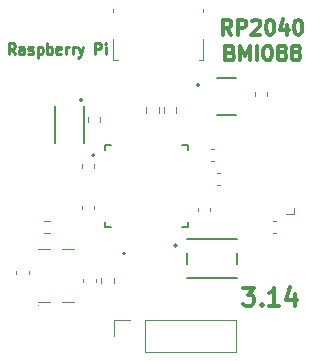
<source format=gbr>
%TF.GenerationSoftware,KiCad,Pcbnew,(5.1.10)-1*%
%TF.CreationDate,2021-10-26T10:29:25+05:30*%
%TF.ProjectId,RP2040+BMI,52503230-3430-42b4-924d-492e6b696361,rev?*%
%TF.SameCoordinates,Original*%
%TF.FileFunction,Legend,Top*%
%TF.FilePolarity,Positive*%
%FSLAX46Y46*%
G04 Gerber Fmt 4.6, Leading zero omitted, Abs format (unit mm)*
G04 Created by KiCad (PCBNEW (5.1.10)-1) date 2021-10-26 10:29:25*
%MOMM*%
%LPD*%
G01*
G04 APERTURE LIST*
%ADD10C,0.375000*%
%ADD11C,0.225000*%
%ADD12C,0.312500*%
%ADD13C,0.127000*%
%ADD14C,0.120000*%
%ADD15C,0.200000*%
G04 APERTURE END LIST*
D10*
X192214285Y-113628571D02*
X193142857Y-113628571D01*
X192642857Y-114200000D01*
X192857142Y-114200000D01*
X193000000Y-114271428D01*
X193071428Y-114342857D01*
X193142857Y-114485714D01*
X193142857Y-114842857D01*
X193071428Y-114985714D01*
X193000000Y-115057142D01*
X192857142Y-115128571D01*
X192428571Y-115128571D01*
X192285714Y-115057142D01*
X192214285Y-114985714D01*
X193785714Y-114985714D02*
X193857142Y-115057142D01*
X193785714Y-115128571D01*
X193714285Y-115057142D01*
X193785714Y-114985714D01*
X193785714Y-115128571D01*
X195285714Y-115128571D02*
X194428571Y-115128571D01*
X194857142Y-115128571D02*
X194857142Y-113628571D01*
X194714285Y-113842857D01*
X194571428Y-113985714D01*
X194428571Y-114057142D01*
X196571428Y-114128571D02*
X196571428Y-115128571D01*
X196214285Y-113557142D02*
X195857142Y-114628571D01*
X196785714Y-114628571D01*
D11*
X172880000Y-93827142D02*
X172580000Y-93398571D01*
X172365714Y-93827142D02*
X172365714Y-92927142D01*
X172708571Y-92927142D01*
X172794285Y-92970000D01*
X172837142Y-93012857D01*
X172880000Y-93098571D01*
X172880000Y-93227142D01*
X172837142Y-93312857D01*
X172794285Y-93355714D01*
X172708571Y-93398571D01*
X172365714Y-93398571D01*
X173651428Y-93827142D02*
X173651428Y-93355714D01*
X173608571Y-93270000D01*
X173522857Y-93227142D01*
X173351428Y-93227142D01*
X173265714Y-93270000D01*
X173651428Y-93784285D02*
X173565714Y-93827142D01*
X173351428Y-93827142D01*
X173265714Y-93784285D01*
X173222857Y-93698571D01*
X173222857Y-93612857D01*
X173265714Y-93527142D01*
X173351428Y-93484285D01*
X173565714Y-93484285D01*
X173651428Y-93441428D01*
X174037142Y-93784285D02*
X174122857Y-93827142D01*
X174294285Y-93827142D01*
X174380000Y-93784285D01*
X174422857Y-93698571D01*
X174422857Y-93655714D01*
X174380000Y-93570000D01*
X174294285Y-93527142D01*
X174165714Y-93527142D01*
X174080000Y-93484285D01*
X174037142Y-93398571D01*
X174037142Y-93355714D01*
X174080000Y-93270000D01*
X174165714Y-93227142D01*
X174294285Y-93227142D01*
X174380000Y-93270000D01*
X174808571Y-93227142D02*
X174808571Y-94127142D01*
X174808571Y-93270000D02*
X174894285Y-93227142D01*
X175065714Y-93227142D01*
X175151428Y-93270000D01*
X175194285Y-93312857D01*
X175237142Y-93398571D01*
X175237142Y-93655714D01*
X175194285Y-93741428D01*
X175151428Y-93784285D01*
X175065714Y-93827142D01*
X174894285Y-93827142D01*
X174808571Y-93784285D01*
X175622857Y-93827142D02*
X175622857Y-92927142D01*
X175622857Y-93270000D02*
X175708571Y-93227142D01*
X175880000Y-93227142D01*
X175965714Y-93270000D01*
X176008571Y-93312857D01*
X176051428Y-93398571D01*
X176051428Y-93655714D01*
X176008571Y-93741428D01*
X175965714Y-93784285D01*
X175880000Y-93827142D01*
X175708571Y-93827142D01*
X175622857Y-93784285D01*
X176780000Y-93784285D02*
X176694285Y-93827142D01*
X176522857Y-93827142D01*
X176437142Y-93784285D01*
X176394285Y-93698571D01*
X176394285Y-93355714D01*
X176437142Y-93270000D01*
X176522857Y-93227142D01*
X176694285Y-93227142D01*
X176780000Y-93270000D01*
X176822857Y-93355714D01*
X176822857Y-93441428D01*
X176394285Y-93527142D01*
X177208571Y-93827142D02*
X177208571Y-93227142D01*
X177208571Y-93398571D02*
X177251428Y-93312857D01*
X177294285Y-93270000D01*
X177380000Y-93227142D01*
X177465714Y-93227142D01*
X177765714Y-93827142D02*
X177765714Y-93227142D01*
X177765714Y-93398571D02*
X177808571Y-93312857D01*
X177851428Y-93270000D01*
X177937142Y-93227142D01*
X178022857Y-93227142D01*
X178237142Y-93227142D02*
X178451428Y-93827142D01*
X178665714Y-93227142D02*
X178451428Y-93827142D01*
X178365714Y-94041428D01*
X178322857Y-94084285D01*
X178237142Y-94127142D01*
X179694285Y-93827142D02*
X179694285Y-92927142D01*
X180037142Y-92927142D01*
X180122857Y-92970000D01*
X180165714Y-93012857D01*
X180208571Y-93098571D01*
X180208571Y-93227142D01*
X180165714Y-93312857D01*
X180122857Y-93355714D01*
X180037142Y-93398571D01*
X179694285Y-93398571D01*
X180594285Y-93827142D02*
X180594285Y-93227142D01*
X180594285Y-92927142D02*
X180551428Y-92970000D01*
X180594285Y-93012857D01*
X180637142Y-92970000D01*
X180594285Y-92927142D01*
X180594285Y-93012857D01*
D12*
X191220952Y-92181726D02*
X190804285Y-91586488D01*
X190506666Y-92181726D02*
X190506666Y-90931726D01*
X190982857Y-90931726D01*
X191101904Y-90991250D01*
X191161428Y-91050773D01*
X191220952Y-91169821D01*
X191220952Y-91348392D01*
X191161428Y-91467440D01*
X191101904Y-91526964D01*
X190982857Y-91586488D01*
X190506666Y-91586488D01*
X191756666Y-92181726D02*
X191756666Y-90931726D01*
X192232857Y-90931726D01*
X192351904Y-90991250D01*
X192411428Y-91050773D01*
X192470952Y-91169821D01*
X192470952Y-91348392D01*
X192411428Y-91467440D01*
X192351904Y-91526964D01*
X192232857Y-91586488D01*
X191756666Y-91586488D01*
X192947142Y-91050773D02*
X193006666Y-90991250D01*
X193125714Y-90931726D01*
X193423333Y-90931726D01*
X193542380Y-90991250D01*
X193601904Y-91050773D01*
X193661428Y-91169821D01*
X193661428Y-91288869D01*
X193601904Y-91467440D01*
X192887619Y-92181726D01*
X193661428Y-92181726D01*
X194435238Y-90931726D02*
X194554285Y-90931726D01*
X194673333Y-90991250D01*
X194732857Y-91050773D01*
X194792380Y-91169821D01*
X194851904Y-91407916D01*
X194851904Y-91705535D01*
X194792380Y-91943630D01*
X194732857Y-92062678D01*
X194673333Y-92122202D01*
X194554285Y-92181726D01*
X194435238Y-92181726D01*
X194316190Y-92122202D01*
X194256666Y-92062678D01*
X194197142Y-91943630D01*
X194137619Y-91705535D01*
X194137619Y-91407916D01*
X194197142Y-91169821D01*
X194256666Y-91050773D01*
X194316190Y-90991250D01*
X194435238Y-90931726D01*
X195923333Y-91348392D02*
X195923333Y-92181726D01*
X195625714Y-90872202D02*
X195328095Y-91765059D01*
X196101904Y-91765059D01*
X196816190Y-90931726D02*
X196935238Y-90931726D01*
X197054285Y-90991250D01*
X197113809Y-91050773D01*
X197173333Y-91169821D01*
X197232857Y-91407916D01*
X197232857Y-91705535D01*
X197173333Y-91943630D01*
X197113809Y-92062678D01*
X197054285Y-92122202D01*
X196935238Y-92181726D01*
X196816190Y-92181726D01*
X196697142Y-92122202D01*
X196637619Y-92062678D01*
X196578095Y-91943630D01*
X196518571Y-91705535D01*
X196518571Y-91407916D01*
X196578095Y-91169821D01*
X196637619Y-91050773D01*
X196697142Y-90991250D01*
X196816190Y-90931726D01*
X191131666Y-93714464D02*
X191310238Y-93773988D01*
X191369761Y-93833511D01*
X191429285Y-93952559D01*
X191429285Y-94131130D01*
X191369761Y-94250178D01*
X191310238Y-94309702D01*
X191191190Y-94369226D01*
X190715000Y-94369226D01*
X190715000Y-93119226D01*
X191131666Y-93119226D01*
X191250714Y-93178750D01*
X191310238Y-93238273D01*
X191369761Y-93357321D01*
X191369761Y-93476369D01*
X191310238Y-93595416D01*
X191250714Y-93654940D01*
X191131666Y-93714464D01*
X190715000Y-93714464D01*
X191965000Y-94369226D02*
X191965000Y-93119226D01*
X192381666Y-94012083D01*
X192798333Y-93119226D01*
X192798333Y-94369226D01*
X193393571Y-94369226D02*
X193393571Y-93119226D01*
X194226904Y-93119226D02*
X194345952Y-93119226D01*
X194465000Y-93178750D01*
X194524523Y-93238273D01*
X194584047Y-93357321D01*
X194643571Y-93595416D01*
X194643571Y-93893035D01*
X194584047Y-94131130D01*
X194524523Y-94250178D01*
X194465000Y-94309702D01*
X194345952Y-94369226D01*
X194226904Y-94369226D01*
X194107857Y-94309702D01*
X194048333Y-94250178D01*
X193988809Y-94131130D01*
X193929285Y-93893035D01*
X193929285Y-93595416D01*
X193988809Y-93357321D01*
X194048333Y-93238273D01*
X194107857Y-93178750D01*
X194226904Y-93119226D01*
X195357857Y-93654940D02*
X195238809Y-93595416D01*
X195179285Y-93535892D01*
X195119761Y-93416845D01*
X195119761Y-93357321D01*
X195179285Y-93238273D01*
X195238809Y-93178750D01*
X195357857Y-93119226D01*
X195595952Y-93119226D01*
X195715000Y-93178750D01*
X195774523Y-93238273D01*
X195834047Y-93357321D01*
X195834047Y-93416845D01*
X195774523Y-93535892D01*
X195715000Y-93595416D01*
X195595952Y-93654940D01*
X195357857Y-93654940D01*
X195238809Y-93714464D01*
X195179285Y-93773988D01*
X195119761Y-93893035D01*
X195119761Y-94131130D01*
X195179285Y-94250178D01*
X195238809Y-94309702D01*
X195357857Y-94369226D01*
X195595952Y-94369226D01*
X195715000Y-94309702D01*
X195774523Y-94250178D01*
X195834047Y-94131130D01*
X195834047Y-93893035D01*
X195774523Y-93773988D01*
X195715000Y-93714464D01*
X195595952Y-93654940D01*
X196548333Y-93654940D02*
X196429285Y-93595416D01*
X196369761Y-93535892D01*
X196310238Y-93416845D01*
X196310238Y-93357321D01*
X196369761Y-93238273D01*
X196429285Y-93178750D01*
X196548333Y-93119226D01*
X196786428Y-93119226D01*
X196905476Y-93178750D01*
X196965000Y-93238273D01*
X197024523Y-93357321D01*
X197024523Y-93416845D01*
X196965000Y-93535892D01*
X196905476Y-93595416D01*
X196786428Y-93654940D01*
X196548333Y-93654940D01*
X196429285Y-93714464D01*
X196369761Y-93773988D01*
X196310238Y-93893035D01*
X196310238Y-94131130D01*
X196369761Y-94250178D01*
X196429285Y-94309702D01*
X196548333Y-94369226D01*
X196786428Y-94369226D01*
X196905476Y-94309702D01*
X196965000Y-94250178D01*
X197024523Y-94131130D01*
X197024523Y-93893035D01*
X196965000Y-93773988D01*
X196905476Y-93714464D01*
X196786428Y-93654940D01*
D13*
%TO.C,U5*%
X182186022Y-110720000D02*
G75*
G03*
X182186022Y-110720000I-86022J0D01*
G01*
D14*
%TO.C,D1*%
X196510000Y-106840000D02*
X196510000Y-107340000D01*
X196510000Y-107340000D02*
X195810000Y-107340000D01*
D15*
%TO.C,SW1*%
X186580000Y-110040000D02*
G75*
G03*
X186580000Y-110040000I-100000J0D01*
G01*
D13*
X191680000Y-111640000D02*
X191680000Y-110640000D01*
X187480000Y-111640000D02*
X187480000Y-110640000D01*
X191680000Y-112760000D02*
X187480000Y-112760000D01*
X187480000Y-109520000D02*
X191680000Y-109520000D01*
D15*
%TO.C,U2*%
X178580000Y-97710000D02*
G75*
G03*
X178580000Y-97710000I-100000J0D01*
G01*
D13*
X178719000Y-98260000D02*
X178719000Y-101360000D01*
X176241000Y-98260000D02*
X176241000Y-101360000D01*
D14*
%TO.C,U4*%
X174910000Y-115110000D02*
G75*
G03*
X174910000Y-115110000I-50000J0D01*
G01*
X175860000Y-110360000D02*
X174860000Y-110360000D01*
X177860000Y-110360000D02*
X176860000Y-110360000D01*
X175860000Y-114860000D02*
X174860000Y-114860000D01*
X177860000Y-114860000D02*
X176860000Y-114860000D01*
D15*
%TO.C,U3*%
X188500000Y-96450000D02*
G75*
G03*
X188500000Y-96450000I-100000J0D01*
G01*
D13*
X191600000Y-98970000D02*
X190000000Y-98970000D01*
X190000000Y-95830000D02*
X191600000Y-95830000D01*
%TO.C,U1*%
X180500000Y-101500000D02*
X180500000Y-101980000D01*
X180500000Y-108500000D02*
X180500000Y-108020000D01*
X187500000Y-101500000D02*
X187500000Y-101980000D01*
X187500000Y-108500000D02*
X187500000Y-108020000D01*
X180500000Y-101500000D02*
X180980000Y-101500000D01*
X180500000Y-108500000D02*
X180980000Y-108500000D01*
X187500000Y-101500000D02*
X187020000Y-101500000D01*
X187500000Y-108500000D02*
X187020000Y-108500000D01*
D15*
X179625000Y-102400000D02*
G75*
G03*
X179625000Y-102400000I-100000J0D01*
G01*
D14*
%TO.C,R6*%
X180197500Y-112762742D02*
X180197500Y-113237258D01*
X181242500Y-112762742D02*
X181242500Y-113237258D01*
%TO.C,R5*%
X175817258Y-107927500D02*
X175342742Y-107927500D01*
X175817258Y-108972500D02*
X175342742Y-108972500D01*
%TO.C,R4*%
X185507500Y-98312742D02*
X185507500Y-98787258D01*
X186552500Y-98312742D02*
X186552500Y-98787258D01*
%TO.C,R3*%
X184007500Y-98312742D02*
X184007500Y-98787258D01*
X185052500Y-98312742D02*
X185052500Y-98787258D01*
%TO.C,R1*%
X179087500Y-99122742D02*
X179087500Y-99597258D01*
X180132500Y-99122742D02*
X180132500Y-99597258D01*
%TO.C,J2*%
X181290000Y-117700000D02*
X181290000Y-116370000D01*
X181290000Y-116370000D02*
X182620000Y-116370000D01*
X183890000Y-116370000D02*
X191570000Y-116370000D01*
X191570000Y-119030000D02*
X191570000Y-116370000D01*
X183890000Y-119030000D02*
X191570000Y-119030000D01*
X183890000Y-119030000D02*
X183890000Y-116370000D01*
%TO.C,J1*%
X188820000Y-90050000D02*
X188820000Y-90310000D01*
X188820000Y-92590000D02*
X188820000Y-94360000D01*
X188820000Y-94360000D02*
X188440000Y-94360000D01*
X181200000Y-94360000D02*
X181200000Y-92590000D01*
X181200000Y-90310000D02*
X181200000Y-90050000D01*
X181200000Y-94360000D02*
X181580000Y-94360000D01*
%TO.C,C20*%
X178590000Y-103159420D02*
X178590000Y-103440580D01*
X179610000Y-103159420D02*
X179610000Y-103440580D01*
%TO.C,C17*%
X178690000Y-112849420D02*
X178690000Y-113130580D01*
X179710000Y-112849420D02*
X179710000Y-113130580D01*
%TO.C,C16*%
X188390000Y-106849420D02*
X188390000Y-107130580D01*
X189410000Y-106849420D02*
X189410000Y-107130580D01*
%TO.C,C14*%
X174040000Y-112440580D02*
X174040000Y-112159420D01*
X173020000Y-112440580D02*
X173020000Y-112159420D01*
%TO.C,C13*%
X194739420Y-108990000D02*
X195020580Y-108990000D01*
X194739420Y-107970000D02*
X195020580Y-107970000D01*
%TO.C,C12*%
X189979420Y-104890000D02*
X190260580Y-104890000D01*
X189979420Y-103870000D02*
X190260580Y-103870000D01*
%TO.C,C10*%
X189499420Y-102900000D02*
X189780580Y-102900000D01*
X189499420Y-101880000D02*
X189780580Y-101880000D01*
%TO.C,C4*%
X193190000Y-97059420D02*
X193190000Y-97340580D01*
X194210000Y-97059420D02*
X194210000Y-97340580D01*
%TO.C,C1*%
X178590000Y-106659420D02*
X178590000Y-106940580D01*
X179610000Y-106659420D02*
X179610000Y-106940580D01*
%TD*%
M02*

</source>
